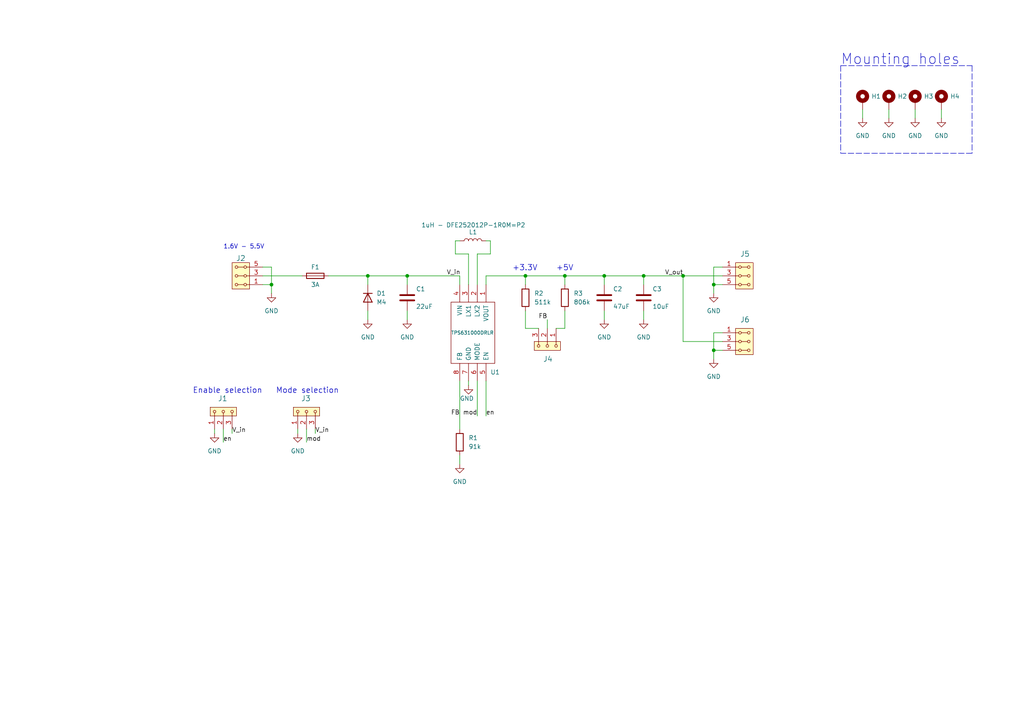
<source format=kicad_sch>
(kicad_sch (version 20211123) (generator eeschema)

  (uuid 2a28bff7-4d25-481d-b36c-2835091e6a26)

  (paper "A4")

  (lib_symbols
    (symbol "Device:C" (pin_numbers hide) (pin_names (offset 0.254)) (in_bom yes) (on_board yes)
      (property "Reference" "C" (id 0) (at 0.635 2.54 0)
        (effects (font (size 1.27 1.27)) (justify left))
      )
      (property "Value" "C" (id 1) (at 0.635 -2.54 0)
        (effects (font (size 1.27 1.27)) (justify left))
      )
      (property "Footprint" "" (id 2) (at 0.9652 -3.81 0)
        (effects (font (size 1.27 1.27)) hide)
      )
      (property "Datasheet" "~" (id 3) (at 0 0 0)
        (effects (font (size 1.27 1.27)) hide)
      )
      (property "ki_keywords" "cap capacitor" (id 4) (at 0 0 0)
        (effects (font (size 1.27 1.27)) hide)
      )
      (property "ki_description" "Unpolarized capacitor" (id 5) (at 0 0 0)
        (effects (font (size 1.27 1.27)) hide)
      )
      (property "ki_fp_filters" "C_*" (id 6) (at 0 0 0)
        (effects (font (size 1.27 1.27)) hide)
      )
      (symbol "C_0_1"
        (polyline
          (pts
            (xy -2.032 -0.762)
            (xy 2.032 -0.762)
          )
          (stroke (width 0.508) (type default) (color 0 0 0 0))
          (fill (type none))
        )
        (polyline
          (pts
            (xy -2.032 0.762)
            (xy 2.032 0.762)
          )
          (stroke (width 0.508) (type default) (color 0 0 0 0))
          (fill (type none))
        )
      )
      (symbol "C_1_1"
        (pin passive line (at 0 3.81 270) (length 2.794)
          (name "~" (effects (font (size 1.27 1.27))))
          (number "1" (effects (font (size 1.27 1.27))))
        )
        (pin passive line (at 0 -3.81 90) (length 2.794)
          (name "~" (effects (font (size 1.27 1.27))))
          (number "2" (effects (font (size 1.27 1.27))))
        )
      )
    )
    (symbol "Device:D" (pin_numbers hide) (pin_names (offset 1.016) hide) (in_bom yes) (on_board yes)
      (property "Reference" "D" (id 0) (at 0 2.54 0)
        (effects (font (size 1.27 1.27)))
      )
      (property "Value" "D" (id 1) (at 0 -2.54 0)
        (effects (font (size 1.27 1.27)))
      )
      (property "Footprint" "" (id 2) (at 0 0 0)
        (effects (font (size 1.27 1.27)) hide)
      )
      (property "Datasheet" "~" (id 3) (at 0 0 0)
        (effects (font (size 1.27 1.27)) hide)
      )
      (property "ki_keywords" "diode" (id 4) (at 0 0 0)
        (effects (font (size 1.27 1.27)) hide)
      )
      (property "ki_description" "Diode" (id 5) (at 0 0 0)
        (effects (font (size 1.27 1.27)) hide)
      )
      (property "ki_fp_filters" "TO-???* *_Diode_* *SingleDiode* D_*" (id 6) (at 0 0 0)
        (effects (font (size 1.27 1.27)) hide)
      )
      (symbol "D_0_1"
        (polyline
          (pts
            (xy -1.27 1.27)
            (xy -1.27 -1.27)
          )
          (stroke (width 0.254) (type default) (color 0 0 0 0))
          (fill (type none))
        )
        (polyline
          (pts
            (xy 1.27 0)
            (xy -1.27 0)
          )
          (stroke (width 0) (type default) (color 0 0 0 0))
          (fill (type none))
        )
        (polyline
          (pts
            (xy 1.27 1.27)
            (xy 1.27 -1.27)
            (xy -1.27 0)
            (xy 1.27 1.27)
          )
          (stroke (width 0.254) (type default) (color 0 0 0 0))
          (fill (type none))
        )
      )
      (symbol "D_1_1"
        (pin passive line (at -3.81 0 0) (length 2.54)
          (name "K" (effects (font (size 1.27 1.27))))
          (number "1" (effects (font (size 1.27 1.27))))
        )
        (pin passive line (at 3.81 0 180) (length 2.54)
          (name "A" (effects (font (size 1.27 1.27))))
          (number "2" (effects (font (size 1.27 1.27))))
        )
      )
    )
    (symbol "Device:Fuse" (pin_numbers hide) (pin_names (offset 0)) (in_bom yes) (on_board yes)
      (property "Reference" "F" (id 0) (at 2.032 0 90)
        (effects (font (size 1.27 1.27)))
      )
      (property "Value" "Fuse" (id 1) (at -1.905 0 90)
        (effects (font (size 1.27 1.27)))
      )
      (property "Footprint" "" (id 2) (at -1.778 0 90)
        (effects (font (size 1.27 1.27)) hide)
      )
      (property "Datasheet" "~" (id 3) (at 0 0 0)
        (effects (font (size 1.27 1.27)) hide)
      )
      (property "ki_keywords" "fuse" (id 4) (at 0 0 0)
        (effects (font (size 1.27 1.27)) hide)
      )
      (property "ki_description" "Fuse" (id 5) (at 0 0 0)
        (effects (font (size 1.27 1.27)) hide)
      )
      (property "ki_fp_filters" "*Fuse*" (id 6) (at 0 0 0)
        (effects (font (size 1.27 1.27)) hide)
      )
      (symbol "Fuse_0_1"
        (rectangle (start -0.762 -2.54) (end 0.762 2.54)
          (stroke (width 0.254) (type default) (color 0 0 0 0))
          (fill (type none))
        )
        (polyline
          (pts
            (xy 0 2.54)
            (xy 0 -2.54)
          )
          (stroke (width 0) (type default) (color 0 0 0 0))
          (fill (type none))
        )
      )
      (symbol "Fuse_1_1"
        (pin passive line (at 0 3.81 270) (length 1.27)
          (name "~" (effects (font (size 1.27 1.27))))
          (number "1" (effects (font (size 1.27 1.27))))
        )
        (pin passive line (at 0 -3.81 90) (length 1.27)
          (name "~" (effects (font (size 1.27 1.27))))
          (number "2" (effects (font (size 1.27 1.27))))
        )
      )
    )
    (symbol "Device:L" (pin_numbers hide) (pin_names (offset 1.016) hide) (in_bom yes) (on_board yes)
      (property "Reference" "L" (id 0) (at -1.27 0 90)
        (effects (font (size 1.27 1.27)))
      )
      (property "Value" "L" (id 1) (at 1.905 0 90)
        (effects (font (size 1.27 1.27)))
      )
      (property "Footprint" "" (id 2) (at 0 0 0)
        (effects (font (size 1.27 1.27)) hide)
      )
      (property "Datasheet" "~" (id 3) (at 0 0 0)
        (effects (font (size 1.27 1.27)) hide)
      )
      (property "ki_keywords" "inductor choke coil reactor magnetic" (id 4) (at 0 0 0)
        (effects (font (size 1.27 1.27)) hide)
      )
      (property "ki_description" "Inductor" (id 5) (at 0 0 0)
        (effects (font (size 1.27 1.27)) hide)
      )
      (property "ki_fp_filters" "Choke_* *Coil* Inductor_* L_*" (id 6) (at 0 0 0)
        (effects (font (size 1.27 1.27)) hide)
      )
      (symbol "L_0_1"
        (arc (start 0 -2.54) (mid 0.635 -1.905) (end 0 -1.27)
          (stroke (width 0) (type default) (color 0 0 0 0))
          (fill (type none))
        )
        (arc (start 0 -1.27) (mid 0.635 -0.635) (end 0 0)
          (stroke (width 0) (type default) (color 0 0 0 0))
          (fill (type none))
        )
        (arc (start 0 0) (mid 0.635 0.635) (end 0 1.27)
          (stroke (width 0) (type default) (color 0 0 0 0))
          (fill (type none))
        )
        (arc (start 0 1.27) (mid 0.635 1.905) (end 0 2.54)
          (stroke (width 0) (type default) (color 0 0 0 0))
          (fill (type none))
        )
      )
      (symbol "L_1_1"
        (pin passive line (at 0 3.81 270) (length 1.27)
          (name "1" (effects (font (size 1.27 1.27))))
          (number "1" (effects (font (size 1.27 1.27))))
        )
        (pin passive line (at 0 -3.81 90) (length 1.27)
          (name "2" (effects (font (size 1.27 1.27))))
          (number "2" (effects (font (size 1.27 1.27))))
        )
      )
    )
    (symbol "Device:R" (pin_numbers hide) (pin_names (offset 0)) (in_bom yes) (on_board yes)
      (property "Reference" "R" (id 0) (at 2.032 0 90)
        (effects (font (size 1.27 1.27)))
      )
      (property "Value" "R" (id 1) (at 0 0 90)
        (effects (font (size 1.27 1.27)))
      )
      (property "Footprint" "" (id 2) (at -1.778 0 90)
        (effects (font (size 1.27 1.27)) hide)
      )
      (property "Datasheet" "~" (id 3) (at 0 0 0)
        (effects (font (size 1.27 1.27)) hide)
      )
      (property "ki_keywords" "R res resistor" (id 4) (at 0 0 0)
        (effects (font (size 1.27 1.27)) hide)
      )
      (property "ki_description" "Resistor" (id 5) (at 0 0 0)
        (effects (font (size 1.27 1.27)) hide)
      )
      (property "ki_fp_filters" "R_*" (id 6) (at 0 0 0)
        (effects (font (size 1.27 1.27)) hide)
      )
      (symbol "R_0_1"
        (rectangle (start -1.016 -2.54) (end 1.016 2.54)
          (stroke (width 0.254) (type default) (color 0 0 0 0))
          (fill (type none))
        )
      )
      (symbol "R_1_1"
        (pin passive line (at 0 3.81 270) (length 1.27)
          (name "~" (effects (font (size 1.27 1.27))))
          (number "1" (effects (font (size 1.27 1.27))))
        )
        (pin passive line (at 0 -3.81 90) (length 1.27)
          (name "~" (effects (font (size 1.27 1.27))))
          (number "2" (effects (font (size 1.27 1.27))))
        )
      )
    )
    (symbol "MLAB_HEADER:HEADER_1x03" (pin_names (offset 1.016)) (in_bom yes) (on_board yes)
      (property "Reference" "J" (id 0) (at 0 -5.08 0)
        (effects (font (size 1.524 1.524)))
      )
      (property "Value" "HEADER_1x03" (id 1) (at 0 5.08 0)
        (effects (font (size 1.524 1.524)))
      )
      (property "Footprint" "" (id 2) (at 0 2.54 0)
        (effects (font (size 1.524 1.524)))
      )
      (property "Datasheet" "" (id 3) (at 0 2.54 0)
        (effects (font (size 1.524 1.524)))
      )
      (property "ki_keywords" "1x03, header, connector, pinheader" (id 4) (at 0 0 0)
        (effects (font (size 1.27 1.27)) hide)
      )
      (property "ki_description" "1x03 2.54 mm pitch header" (id 5) (at 0 0 0)
        (effects (font (size 1.27 1.27)) hide)
      )
      (symbol "HEADER_1x03_0_1"
        (rectangle (start -1.27 3.81) (end 1.27 -3.81)
          (stroke (width 0) (type default) (color 0 0 0 0))
          (fill (type background))
        )
        (circle (center 0 -2.54) (radius 0.381)
          (stroke (width 0) (type default) (color 0 0 0 0))
          (fill (type none))
        )
        (polyline
          (pts
            (xy -1.27 -2.54)
            (xy -0.381 -2.54)
          )
          (stroke (width 0) (type default) (color 0 0 0 0))
          (fill (type none))
        )
        (polyline
          (pts
            (xy -1.27 0)
            (xy -0.381 0)
          )
          (stroke (width 0) (type default) (color 0 0 0 0))
          (fill (type none))
        )
        (polyline
          (pts
            (xy -1.27 2.54)
            (xy -0.381 2.54)
          )
          (stroke (width 0) (type default) (color 0 0 0 0))
          (fill (type none))
        )
        (circle (center 0 0) (radius 0.381)
          (stroke (width 0) (type default) (color 0 0 0 0))
          (fill (type none))
        )
        (circle (center 0 2.54) (radius 0.381)
          (stroke (width 0) (type default) (color 0 0 0 0))
          (fill (type none))
        )
      )
      (symbol "HEADER_1x03_1_1"
        (pin input line (at -5.08 2.54 0) (length 3.81)
          (name "~" (effects (font (size 1.27 1.27))))
          (number "1" (effects (font (size 1.27 1.27))))
        )
        (pin input line (at -5.08 0 0) (length 3.81)
          (name "~" (effects (font (size 1.27 1.27))))
          (number "2" (effects (font (size 1.27 1.27))))
        )
        (pin input line (at -5.08 -2.54 0) (length 3.81)
          (name "~" (effects (font (size 1.27 1.27))))
          (number "3" (effects (font (size 1.27 1.27))))
        )
      )
    )
    (symbol "MLAB_HEADER:HEADER_2x03_PARALLEL" (pin_names (offset 1.016)) (in_bom yes) (on_board yes)
      (property "Reference" "J" (id 0) (at 0 -5.08 0)
        (effects (font (size 1.524 1.524)))
      )
      (property "Value" "HEADER_2x03_PARALLEL" (id 1) (at 0 5.08 0)
        (effects (font (size 1.524 1.524)))
      )
      (property "Footprint" "" (id 2) (at 0 2.54 0)
        (effects (font (size 1.524 1.524)))
      )
      (property "Datasheet" "" (id 3) (at 0 2.54 0)
        (effects (font (size 1.524 1.524)))
      )
      (property "ki_keywords" "2x03, header, connector, pinheader" (id 4) (at 0 0 0)
        (effects (font (size 1.27 1.27)) hide)
      )
      (property "ki_description" "2x03 2.54 mm pitch header, 2 pins next to each other are connected" (id 5) (at 0 0 0)
        (effects (font (size 1.27 1.27)) hide)
      )
      (symbol "HEADER_2x03_PARALLEL_0_1"
        (rectangle (start -2.54 3.81) (end 2.54 -3.81)
          (stroke (width 0) (type default) (color 0 0 0 0))
          (fill (type background))
        )
        (circle (center -1.27 -2.54) (radius 0.381)
          (stroke (width 0) (type default) (color 0 0 0 0))
          (fill (type none))
        )
        (circle (center -1.27 0) (radius 0.381)
          (stroke (width 0) (type default) (color 0 0 0 0))
          (fill (type none))
        )
        (circle (center -1.27 2.54) (radius 0.381)
          (stroke (width 0) (type default) (color 0 0 0 0))
          (fill (type none))
        )
        (polyline
          (pts
            (xy -1.651 -2.54)
            (xy -2.54 -2.54)
          )
          (stroke (width 0) (type default) (color 0 0 0 0))
          (fill (type none))
        )
        (polyline
          (pts
            (xy -1.651 0)
            (xy -2.54 0)
          )
          (stroke (width 0) (type default) (color 0 0 0 0))
          (fill (type none))
        )
        (polyline
          (pts
            (xy -1.651 2.54)
            (xy -2.54 2.54)
          )
          (stroke (width 0) (type default) (color 0 0 0 0))
          (fill (type none))
        )
        (polyline
          (pts
            (xy -0.889 -2.54)
            (xy 0.889 -2.54)
          )
          (stroke (width 0) (type default) (color 0 0 0 0))
          (fill (type none))
        )
        (polyline
          (pts
            (xy -0.889 0)
            (xy 0.889 0)
          )
          (stroke (width 0) (type default) (color 0 0 0 0))
          (fill (type none))
        )
        (polyline
          (pts
            (xy -0.889 2.54)
            (xy 0.889 2.54)
          )
          (stroke (width 0) (type default) (color 0 0 0 0))
          (fill (type none))
        )
        (circle (center 1.27 -2.54) (radius 0.381)
          (stroke (width 0) (type default) (color 0 0 0 0))
          (fill (type none))
        )
        (circle (center 1.27 0) (radius 0.381)
          (stroke (width 0) (type default) (color 0 0 0 0))
          (fill (type none))
        )
        (circle (center 1.27 2.54) (radius 0.381)
          (stroke (width 0) (type default) (color 0 0 0 0))
          (fill (type none))
        )
      )
      (symbol "HEADER_2x03_PARALLEL_1_1"
        (pin input line (at -6.35 2.54 0) (length 3.81)
          (name "~" (effects (font (size 1.27 1.27))))
          (number "1" (effects (font (size 1.27 1.27))))
        )
        (pin input line (at -6.35 2.54 0) (length 3.81) hide
          (name "~" (effects (font (size 1.27 1.27))))
          (number "2" (effects (font (size 1.27 1.27))))
        )
        (pin input line (at -6.35 0 0) (length 3.81)
          (name "~" (effects (font (size 1.27 1.27))))
          (number "3" (effects (font (size 1.27 1.27))))
        )
        (pin input line (at -6.35 0 0) (length 3.81) hide
          (name "~" (effects (font (size 1.27 1.27))))
          (number "4" (effects (font (size 1.27 1.27))))
        )
        (pin input line (at -6.35 -2.54 0) (length 3.81)
          (name "~" (effects (font (size 1.27 1.27))))
          (number "5" (effects (font (size 1.27 1.27))))
        )
        (pin input line (at -6.35 -2.54 0) (length 3.81) hide
          (name "~" (effects (font (size 1.27 1.27))))
          (number "6" (effects (font (size 1.27 1.27))))
        )
      )
    )
    (symbol "Mechanical:MountingHole_Pad" (pin_numbers hide) (pin_names (offset 1.016) hide) (in_bom yes) (on_board yes)
      (property "Reference" "H" (id 0) (at 0 6.35 0)
        (effects (font (size 1.27 1.27)))
      )
      (property "Value" "MountingHole_Pad" (id 1) (at 0 4.445 0)
        (effects (font (size 1.27 1.27)))
      )
      (property "Footprint" "" (id 2) (at 0 0 0)
        (effects (font (size 1.27 1.27)) hide)
      )
      (property "Datasheet" "~" (id 3) (at 0 0 0)
        (effects (font (size 1.27 1.27)) hide)
      )
      (property "ki_keywords" "mounting hole" (id 4) (at 0 0 0)
        (effects (font (size 1.27 1.27)) hide)
      )
      (property "ki_description" "Mounting Hole with connection" (id 5) (at 0 0 0)
        (effects (font (size 1.27 1.27)) hide)
      )
      (property "ki_fp_filters" "MountingHole*Pad*" (id 6) (at 0 0 0)
        (effects (font (size 1.27 1.27)) hide)
      )
      (symbol "MountingHole_Pad_0_1"
        (circle (center 0 1.27) (radius 1.27)
          (stroke (width 1.27) (type default) (color 0 0 0 0))
          (fill (type none))
        )
      )
      (symbol "MountingHole_Pad_1_1"
        (pin input line (at 0 -2.54 90) (length 2.54)
          (name "1" (effects (font (size 1.27 1.27))))
          (number "1" (effects (font (size 1.27 1.27))))
        )
      )
    )
    (symbol "TPS631000DRLR:TPS631000DRLR" (pin_names (offset 0.762)) (in_bom yes) (on_board yes)
      (property "Reference" "U" (id 0) (at 24.13 7.62 0)
        (effects (font (size 1.27 1.27)) (justify left))
      )
      (property "Value" "TPS631000DRLR" (id 1) (at 24.13 5.08 0)
        (effects (font (size 1.27 1.27)) (justify left))
      )
      (property "Footprint" "SOTFL50P160X60-8N" (id 2) (at 24.13 2.54 0)
        (effects (font (size 1.27 1.27)) (justify left) hide)
      )
      (property "Datasheet" "https://www.ti.com/lit/ds/symlink/tps631000.pdf?ts=1652152702265" (id 3) (at 24.13 0 0)
        (effects (font (size 1.27 1.27)) (justify left) hide)
      )
      (property "Description" "Switching Voltage Regulators 1.5-A output current, high power density buck-boost converter" (id 4) (at 24.13 -2.54 0)
        (effects (font (size 1.27 1.27)) (justify left) hide)
      )
      (property "Height" "0.6" (id 5) (at 24.13 -5.08 0)
        (effects (font (size 1.27 1.27)) (justify left) hide)
      )
      (property "Mouser Part Number" "595-TPS631000DRLR" (id 6) (at 24.13 -7.62 0)
        (effects (font (size 1.27 1.27)) (justify left) hide)
      )
      (property "Mouser Price/Stock" "https://www.mouser.co.uk/ProductDetail/Texas-Instruments/TPS631000DRLR?qs=rSMjJ%252B1ewcRYwoN2deTeNA%3D%3D" (id 7) (at 24.13 -10.16 0)
        (effects (font (size 1.27 1.27)) (justify left) hide)
      )
      (property "Manufacturer_Name" "Texas Instruments" (id 8) (at 24.13 -12.7 0)
        (effects (font (size 1.27 1.27)) (justify left) hide)
      )
      (property "Manufacturer_Part_Number" "TPS631000DRLR" (id 9) (at 24.13 -15.24 0)
        (effects (font (size 1.27 1.27)) (justify left) hide)
      )
      (property "ki_description" "Switching Voltage Regulators 1.5-A output current, high power density buck-boost converter" (id 10) (at 0 0 0)
        (effects (font (size 1.27 1.27)) hide)
      )
      (symbol "TPS631000DRLR_0_0"
        (pin passive line (at 0 0 0) (length 5.08)
          (name "VOUT" (effects (font (size 1.27 1.27))))
          (number "1" (effects (font (size 1.27 1.27))))
        )
        (pin passive line (at 0 -2.54 0) (length 5.08)
          (name "LX2" (effects (font (size 1.27 1.27))))
          (number "2" (effects (font (size 1.27 1.27))))
        )
        (pin passive line (at 0 -5.08 0) (length 5.08)
          (name "LX1" (effects (font (size 1.27 1.27))))
          (number "3" (effects (font (size 1.27 1.27))))
        )
        (pin passive line (at 0 -7.62 0) (length 5.08)
          (name "VIN" (effects (font (size 1.27 1.27))))
          (number "4" (effects (font (size 1.27 1.27))))
        )
        (pin passive line (at 27.94 0 180) (length 5.08)
          (name "EN" (effects (font (size 1.27 1.27))))
          (number "5" (effects (font (size 1.27 1.27))))
        )
        (pin passive line (at 27.94 -2.54 180) (length 5.08)
          (name "MODE" (effects (font (size 1.27 1.27))))
          (number "6" (effects (font (size 1.27 1.27))))
        )
        (pin passive line (at 27.94 -5.08 180) (length 5.08)
          (name "GND" (effects (font (size 1.27 1.27))))
          (number "7" (effects (font (size 1.27 1.27))))
        )
        (pin passive line (at 27.94 -7.62 180) (length 5.08)
          (name "FB" (effects (font (size 1.27 1.27))))
          (number "8" (effects (font (size 1.27 1.27))))
        )
      )
      (symbol "TPS631000DRLR_0_1"
        (polyline
          (pts
            (xy 5.08 2.54)
            (xy 22.86 2.54)
            (xy 22.86 -10.16)
            (xy 5.08 -10.16)
            (xy 5.08 2.54)
          )
          (stroke (width 0.1524) (type default) (color 0 0 0 0))
          (fill (type none))
        )
      )
    )
    (symbol "power:GND" (power) (pin_names (offset 0)) (in_bom yes) (on_board yes)
      (property "Reference" "#PWR" (id 0) (at 0 -6.35 0)
        (effects (font (size 1.27 1.27)) hide)
      )
      (property "Value" "GND" (id 1) (at 0 -3.81 0)
        (effects (font (size 1.27 1.27)))
      )
      (property "Footprint" "" (id 2) (at 0 0 0)
        (effects (font (size 1.27 1.27)) hide)
      )
      (property "Datasheet" "" (id 3) (at 0 0 0)
        (effects (font (size 1.27 1.27)) hide)
      )
      (property "ki_keywords" "global power" (id 4) (at 0 0 0)
        (effects (font (size 1.27 1.27)) hide)
      )
      (property "ki_description" "Power symbol creates a global label with name \"GND\" , ground" (id 5) (at 0 0 0)
        (effects (font (size 1.27 1.27)) hide)
      )
      (symbol "GND_0_1"
        (polyline
          (pts
            (xy 0 0)
            (xy 0 -1.27)
            (xy 1.27 -1.27)
            (xy 0 -2.54)
            (xy -1.27 -1.27)
            (xy 0 -1.27)
          )
          (stroke (width 0) (type default) (color 0 0 0 0))
          (fill (type none))
        )
      )
      (symbol "GND_1_1"
        (pin power_in line (at 0 0 270) (length 0) hide
          (name "GND" (effects (font (size 1.27 1.27))))
          (number "1" (effects (font (size 1.27 1.27))))
        )
      )
    )
  )

  (junction (at 118.11 80.01) (diameter 0) (color 0 0 0 0)
    (uuid 22b39d0b-ecb1-408a-8850-c5ff0d108c78)
  )
  (junction (at 106.68 80.01) (diameter 0) (color 0 0 0 0)
    (uuid 2c689e9e-78af-4306-bcd1-772404121cc0)
  )
  (junction (at 207.01 82.55) (diameter 0) (color 0 0 0 0)
    (uuid 37c8e3c8-8805-4288-b572-ca905c3a49b2)
  )
  (junction (at 186.69 80.01) (diameter 0) (color 0 0 0 0)
    (uuid 60b6c3c0-e45c-4d96-9755-7f39a2901a77)
  )
  (junction (at 152.4 80.01) (diameter 0) (color 0 0 0 0)
    (uuid 637589e0-0507-4257-bd97-64c638842446)
  )
  (junction (at 198.12 80.01) (diameter 0) (color 0 0 0 0)
    (uuid 6f2c2f17-5277-48f1-a292-53fd5441eeae)
  )
  (junction (at 207.01 101.6) (diameter 0) (color 0 0 0 0)
    (uuid 8da54a6b-ac78-4908-8221-e941dea1d22b)
  )
  (junction (at 163.83 80.01) (diameter 0) (color 0 0 0 0)
    (uuid d190b0ea-95ea-4ec6-a143-6f797850ce6e)
  )
  (junction (at 78.74 82.55) (diameter 0) (color 0 0 0 0)
    (uuid e8e1fbee-86de-496d-aa71-5c2a251140cf)
  )
  (junction (at 175.26 80.01) (diameter 0) (color 0 0 0 0)
    (uuid f8781c00-657e-4510-8921-2dd3d52b35e5)
  )

  (polyline (pts (xy 243.84 19.05) (xy 281.94 19.05))
    (stroke (width 0) (type default) (color 0 0 0 0))
    (uuid 07024b73-f5f7-40e9-8642-fc41a5e6cebf)
  )

  (wire (pts (xy 118.11 80.01) (xy 118.11 82.55))
    (stroke (width 0) (type default) (color 0 0 0 0))
    (uuid 10029f6f-212c-4749-824a-88dec83db8f5)
  )
  (polyline (pts (xy 281.94 44.45) (xy 243.84 44.45))
    (stroke (width 0) (type default) (color 0 0 0 0))
    (uuid 1205c990-4aaf-48e3-8825-0e03b90ecb65)
  )

  (wire (pts (xy 118.11 80.01) (xy 133.35 80.01))
    (stroke (width 0) (type default) (color 0 0 0 0))
    (uuid 138cb7b0-ff4d-4c4d-ab96-9c287783e0be)
  )
  (wire (pts (xy 257.81 31.75) (xy 257.81 34.29))
    (stroke (width 0) (type default) (color 0 0 0 0))
    (uuid 16bfa7f9-2d1e-4982-b049-5052cbcb91e9)
  )
  (wire (pts (xy 140.97 82.55) (xy 140.97 80.01))
    (stroke (width 0) (type default) (color 0 0 0 0))
    (uuid 191ad2ec-fde4-4109-bc2e-cf7d878b7139)
  )
  (wire (pts (xy 152.4 90.17) (xy 152.4 95.25))
    (stroke (width 0) (type default) (color 0 0 0 0))
    (uuid 1a978957-8195-4a35-b316-e19ac5c07eb3)
  )
  (wire (pts (xy 133.35 69.85) (xy 132.08 69.85))
    (stroke (width 0) (type default) (color 0 0 0 0))
    (uuid 1cf3170e-4177-4120-85e7-cd0b08ce1f22)
  )
  (wire (pts (xy 207.01 96.52) (xy 207.01 101.6))
    (stroke (width 0) (type default) (color 0 0 0 0))
    (uuid 29eb9230-55c2-41e4-bf83-b5f52f95a868)
  )
  (wire (pts (xy 133.35 80.01) (xy 133.35 82.55))
    (stroke (width 0) (type default) (color 0 0 0 0))
    (uuid 2e7cac88-bab8-4a51-90fc-642e4cd4d44a)
  )
  (wire (pts (xy 132.08 69.85) (xy 132.08 73.66))
    (stroke (width 0) (type default) (color 0 0 0 0))
    (uuid 31e99f7b-1cf4-4158-a686-64417b7f9346)
  )
  (wire (pts (xy 135.89 73.66) (xy 135.89 82.55))
    (stroke (width 0) (type default) (color 0 0 0 0))
    (uuid 33ca4cd3-6c0e-4a85-98d2-99fb54e59e68)
  )
  (wire (pts (xy 67.31 125.73) (xy 67.31 124.46))
    (stroke (width 0) (type default) (color 0 0 0 0))
    (uuid 386041df-ed73-4d31-b7d7-c0f1d2032d98)
  )
  (wire (pts (xy 175.26 90.17) (xy 175.26 92.71))
    (stroke (width 0) (type default) (color 0 0 0 0))
    (uuid 3ad40d25-2794-4235-bc65-0aef7eff7654)
  )
  (wire (pts (xy 91.44 125.73) (xy 91.44 124.46))
    (stroke (width 0) (type default) (color 0 0 0 0))
    (uuid 3ae039b9-b32d-4210-80e4-c48078602481)
  )
  (wire (pts (xy 186.69 90.17) (xy 186.69 92.71))
    (stroke (width 0) (type default) (color 0 0 0 0))
    (uuid 3b2f8a38-5cad-4da0-b1b0-4a68f3107d4e)
  )
  (wire (pts (xy 273.05 31.75) (xy 273.05 34.29))
    (stroke (width 0) (type default) (color 0 0 0 0))
    (uuid 3bf1ab4e-bb68-4f09-b874-b8dc4b3dea76)
  )
  (wire (pts (xy 86.36 124.46) (xy 86.36 125.73))
    (stroke (width 0) (type default) (color 0 0 0 0))
    (uuid 3d40c219-6077-4e7e-a54a-1407c07a6050)
  )
  (wire (pts (xy 106.68 90.17) (xy 106.68 92.71))
    (stroke (width 0) (type default) (color 0 0 0 0))
    (uuid 3e2a249c-202f-43fd-bdab-54062946554c)
  )
  (wire (pts (xy 175.26 80.01) (xy 175.26 82.55))
    (stroke (width 0) (type default) (color 0 0 0 0))
    (uuid 3e6105af-80fb-4a45-95bb-b983157ebb47)
  )
  (wire (pts (xy 163.83 90.17) (xy 163.83 95.25))
    (stroke (width 0) (type default) (color 0 0 0 0))
    (uuid 3ea6f798-9f14-444a-800a-c27fa0de4288)
  )
  (wire (pts (xy 138.43 73.66) (xy 142.24 73.66))
    (stroke (width 0) (type default) (color 0 0 0 0))
    (uuid 400ee032-de0f-486a-9111-b5843e06254b)
  )
  (wire (pts (xy 76.2 82.55) (xy 78.74 82.55))
    (stroke (width 0) (type default) (color 0 0 0 0))
    (uuid 4929d252-05e3-40c9-ae89-76b48df8632b)
  )
  (wire (pts (xy 118.11 90.17) (xy 118.11 92.71))
    (stroke (width 0) (type default) (color 0 0 0 0))
    (uuid 4b3c21a2-5b03-409a-b5a2-552a34a5704c)
  )
  (wire (pts (xy 106.68 80.01) (xy 118.11 80.01))
    (stroke (width 0) (type default) (color 0 0 0 0))
    (uuid 4f4f7e60-d190-4009-894d-02890b7b39e5)
  )
  (wire (pts (xy 265.43 31.75) (xy 265.43 34.29))
    (stroke (width 0) (type default) (color 0 0 0 0))
    (uuid 52e810b6-0083-4fef-a07f-7664fd7c49d0)
  )
  (wire (pts (xy 142.24 73.66) (xy 142.24 69.85))
    (stroke (width 0) (type default) (color 0 0 0 0))
    (uuid 53f4934c-8f91-4561-b084-d048a16e2336)
  )
  (wire (pts (xy 140.97 110.49) (xy 140.97 120.65))
    (stroke (width 0) (type default) (color 0 0 0 0))
    (uuid 54fe9aea-a9ec-4321-b81d-69b89ad1f286)
  )
  (wire (pts (xy 64.77 124.46) (xy 64.77 128.27))
    (stroke (width 0) (type default) (color 0 0 0 0))
    (uuid 5d36d1eb-4231-4092-b02c-3bd7c8932db9)
  )
  (wire (pts (xy 207.01 82.55) (xy 209.55 82.55))
    (stroke (width 0) (type default) (color 0 0 0 0))
    (uuid 5ea6218a-1749-4bd3-a332-4d02acf3e57a)
  )
  (wire (pts (xy 133.35 132.08) (xy 133.35 134.62))
    (stroke (width 0) (type default) (color 0 0 0 0))
    (uuid 624cb05a-71b2-49d5-a079-a53fc76f49cc)
  )
  (wire (pts (xy 78.74 82.55) (xy 78.74 85.09))
    (stroke (width 0) (type default) (color 0 0 0 0))
    (uuid 66d229f7-14c2-423c-aeaa-172a5dec592d)
  )
  (wire (pts (xy 132.08 73.66) (xy 135.89 73.66))
    (stroke (width 0) (type default) (color 0 0 0 0))
    (uuid 6abbde92-bb45-4d1d-bbe3-c30caf54f606)
  )
  (wire (pts (xy 250.19 31.75) (xy 250.19 34.29))
    (stroke (width 0) (type default) (color 0 0 0 0))
    (uuid 71a66c39-48dd-4b50-8d21-902416173b26)
  )
  (wire (pts (xy 186.69 80.01) (xy 186.69 82.55))
    (stroke (width 0) (type default) (color 0 0 0 0))
    (uuid 7231fa22-188f-4241-94c8-52fa020bd970)
  )
  (wire (pts (xy 135.89 110.49) (xy 135.89 111.76))
    (stroke (width 0) (type default) (color 0 0 0 0))
    (uuid 75e58a91-62db-49c5-aac4-86c25a99eea4)
  )
  (wire (pts (xy 209.55 96.52) (xy 207.01 96.52))
    (stroke (width 0) (type default) (color 0 0 0 0))
    (uuid 7a3ce872-7d68-4634-8dcc-42dcee88da29)
  )
  (wire (pts (xy 198.12 99.06) (xy 209.55 99.06))
    (stroke (width 0) (type default) (color 0 0 0 0))
    (uuid 7a660b9e-6d58-489c-b98c-36e9ababd3d3)
  )
  (wire (pts (xy 140.97 80.01) (xy 152.4 80.01))
    (stroke (width 0) (type default) (color 0 0 0 0))
    (uuid 811e389f-83e0-4364-a7f1-9a3db12cb4cc)
  )
  (wire (pts (xy 175.26 80.01) (xy 186.69 80.01))
    (stroke (width 0) (type default) (color 0 0 0 0))
    (uuid 82893dcf-694c-45ac-b4aa-4c10d6b8157a)
  )
  (wire (pts (xy 163.83 80.01) (xy 175.26 80.01))
    (stroke (width 0) (type default) (color 0 0 0 0))
    (uuid 858a6c94-303a-4c99-a979-02b0d45e335f)
  )
  (wire (pts (xy 186.69 80.01) (xy 198.12 80.01))
    (stroke (width 0) (type default) (color 0 0 0 0))
    (uuid 8ef6c396-b533-40d5-8532-13efe884a4fd)
  )
  (wire (pts (xy 152.4 80.01) (xy 163.83 80.01))
    (stroke (width 0) (type default) (color 0 0 0 0))
    (uuid 993defca-b09a-4a4b-980c-f9ba49009bc3)
  )
  (wire (pts (xy 207.01 101.6) (xy 207.01 104.14))
    (stroke (width 0) (type default) (color 0 0 0 0))
    (uuid 99e58f44-5a2e-4da2-bbc3-f7b236d9f716)
  )
  (wire (pts (xy 207.01 77.47) (xy 207.01 82.55))
    (stroke (width 0) (type default) (color 0 0 0 0))
    (uuid 9b01d3ee-27d5-4f4f-a20c-0e71563c2341)
  )
  (wire (pts (xy 163.83 80.01) (xy 163.83 82.55))
    (stroke (width 0) (type default) (color 0 0 0 0))
    (uuid 9ba299d5-eb44-46b7-a427-ac266773518a)
  )
  (wire (pts (xy 62.23 125.73) (xy 62.23 124.46))
    (stroke (width 0) (type default) (color 0 0 0 0))
    (uuid a071dfd0-571d-49fb-b334-a332c7fb8dd4)
  )
  (wire (pts (xy 152.4 80.01) (xy 152.4 82.55))
    (stroke (width 0) (type default) (color 0 0 0 0))
    (uuid a306e4e4-8534-469f-8a85-a7cd8f62ecf8)
  )
  (wire (pts (xy 138.43 110.49) (xy 138.43 120.65))
    (stroke (width 0) (type default) (color 0 0 0 0))
    (uuid adb1ef30-66e2-4726-b2da-0e8eea6e75b6)
  )
  (wire (pts (xy 198.12 80.01) (xy 209.55 80.01))
    (stroke (width 0) (type default) (color 0 0 0 0))
    (uuid af14886d-2b8d-4e6d-9e13-3cece79c9413)
  )
  (wire (pts (xy 76.2 80.01) (xy 87.63 80.01))
    (stroke (width 0) (type default) (color 0 0 0 0))
    (uuid b7ca8503-d85a-4530-9824-9d104e0663c3)
  )
  (wire (pts (xy 163.83 95.25) (xy 161.29 95.25))
    (stroke (width 0) (type default) (color 0 0 0 0))
    (uuid b8beb45f-fdc6-4ac9-8e63-77fd37790ec4)
  )
  (wire (pts (xy 78.74 77.47) (xy 78.74 82.55))
    (stroke (width 0) (type default) (color 0 0 0 0))
    (uuid bc7d938a-1697-4a2d-b269-e795ea431f1e)
  )
  (wire (pts (xy 198.12 80.01) (xy 198.12 99.06))
    (stroke (width 0) (type default) (color 0 0 0 0))
    (uuid bd9e768a-f6dc-49ab-afce-1990cef46012)
  )
  (wire (pts (xy 95.25 80.01) (xy 106.68 80.01))
    (stroke (width 0) (type default) (color 0 0 0 0))
    (uuid c3d2a60f-45da-4305-80bd-933727f6eaf8)
  )
  (wire (pts (xy 207.01 82.55) (xy 207.01 85.09))
    (stroke (width 0) (type default) (color 0 0 0 0))
    (uuid c4211ad0-8c75-4031-b175-3ef4b392391a)
  )
  (wire (pts (xy 138.43 82.55) (xy 138.43 73.66))
    (stroke (width 0) (type default) (color 0 0 0 0))
    (uuid c9f2cf01-053d-4030-b7a2-6f09fae654db)
  )
  (polyline (pts (xy 281.94 19.05) (xy 281.94 44.45))
    (stroke (width 0) (type default) (color 0 0 0 0))
    (uuid cbd02504-cb9a-4455-8a24-60292c0da903)
  )

  (wire (pts (xy 207.01 101.6) (xy 209.55 101.6))
    (stroke (width 0) (type default) (color 0 0 0 0))
    (uuid cee63229-7128-43d0-8f2a-2926bcd6c5b2)
  )
  (polyline (pts (xy 243.84 19.05) (xy 243.84 44.45))
    (stroke (width 0) (type default) (color 0 0 0 0))
    (uuid d552a317-ef21-4e1c-9a95-2cab4a709562)
  )

  (wire (pts (xy 76.2 77.47) (xy 78.74 77.47))
    (stroke (width 0) (type default) (color 0 0 0 0))
    (uuid da2c290e-dd33-4bf3-bca5-0e87dde85a96)
  )
  (wire (pts (xy 156.21 95.25) (xy 152.4 95.25))
    (stroke (width 0) (type default) (color 0 0 0 0))
    (uuid dc08e14b-2a81-48dd-acab-bf54b4eb518b)
  )
  (wire (pts (xy 142.24 69.85) (xy 140.97 69.85))
    (stroke (width 0) (type default) (color 0 0 0 0))
    (uuid eab69e5f-2bb8-4879-ba1f-a939ae48edd8)
  )
  (wire (pts (xy 88.9 124.46) (xy 88.9 128.27))
    (stroke (width 0) (type default) (color 0 0 0 0))
    (uuid f1e35b05-b076-4d02-8f10-1a2b00ef283e)
  )
  (wire (pts (xy 158.75 92.71) (xy 158.75 95.25))
    (stroke (width 0) (type default) (color 0 0 0 0))
    (uuid f8d081f7-da2a-47ee-8d5b-b60ee6776442)
  )
  (wire (pts (xy 209.55 77.47) (xy 207.01 77.47))
    (stroke (width 0) (type default) (color 0 0 0 0))
    (uuid fa95bd2b-5dcf-4321-8eed-d9e0838dc062)
  )
  (wire (pts (xy 133.35 110.49) (xy 133.35 124.46))
    (stroke (width 0) (type default) (color 0 0 0 0))
    (uuid fdab914e-d24b-4fed-8133-cfa145ea8f94)
  )
  (wire (pts (xy 106.68 80.01) (xy 106.68 82.55))
    (stroke (width 0) (type default) (color 0 0 0 0))
    (uuid fdf3dc04-ada6-4fef-b1b4-6994b9f59b8a)
  )

  (text "Mounting holes" (at 243.84 19.05 0)
    (effects (font (size 3 3)) (justify left bottom))
    (uuid 07f37993-3e38-49ad-ac49-9673075054ba)
  )
  (text "Enable selection" (at 55.88 114.3 0)
    (effects (font (size 1.6 1.6)) (justify left bottom))
    (uuid 101d2555-7acb-4419-801c-c7939dc47f36)
  )
  (text "+5V" (at 161.29 78.74 0)
    (effects (font (size 1.6 1.6)) (justify left bottom))
    (uuid 52cd8917-3665-4d34-b737-98cadc422267)
  )
  (text "Mode selection" (at 80.01 114.3 0)
    (effects (font (size 1.6 1.6)) (justify left bottom))
    (uuid 71c97ca8-f515-4b81-99be-1a6508cf266a)
  )
  (text "1.6V - 5.5V" (at 64.77 72.39 0)
    (effects (font (size 1.27 1.27)) (justify left bottom))
    (uuid 8c006480-5e71-40cf-bb71-9b62b92a6851)
  )
  (text "+3.3V" (at 148.59 78.74 0)
    (effects (font (size 1.6 1.6)) (justify left bottom))
    (uuid be498e9f-85b6-4f0f-8ee6-98783010e973)
  )

  (label "FB" (at 158.75 92.71 180)
    (effects (font (size 1.27 1.27)) (justify right bottom))
    (uuid 03363b01-438b-4353-9cb7-c6abea9f048b)
  )
  (label "en" (at 140.97 120.65 0)
    (effects (font (size 1.27 1.27)) (justify left bottom))
    (uuid 277fbd2d-3a29-4e53-9f7a-3d575cbeb221)
  )
  (label "en" (at 64.77 128.27 0)
    (effects (font (size 1.27 1.27)) (justify left bottom))
    (uuid 2b0f1b5e-6326-4e86-8d96-12efdee4621f)
  )
  (label "V_in" (at 91.44 125.73 0)
    (effects (font (size 1.27 1.27)) (justify left bottom))
    (uuid 5492cfe2-b9b6-433a-90d6-8b9a2ea2a832)
  )
  (label "V_in" (at 129.54 80.01 0)
    (effects (font (size 1.27 1.27)) (justify left bottom))
    (uuid 6ae73c1c-f022-4bbd-a1cf-9e4c789d6df7)
  )
  (label "V_in" (at 67.31 125.73 0)
    (effects (font (size 1.27 1.27)) (justify left bottom))
    (uuid 8c20ac4b-3dd5-4d52-9bc2-0431abceb891)
  )
  (label "FB" (at 133.35 120.65 180)
    (effects (font (size 1.27 1.27)) (justify right bottom))
    (uuid 9d23cac8-ab26-47bf-b517-5d27bd3df0b8)
  )
  (label "V_out" (at 198.12 80.01 180)
    (effects (font (size 1.27 1.27)) (justify right bottom))
    (uuid a9dfbe66-d781-43c1-928b-a21bf59c7650)
  )
  (label "mod" (at 88.9 128.27 0)
    (effects (font (size 1.27 1.27)) (justify left bottom))
    (uuid ac9c89cb-3bd5-4cd5-af18-0e527e608c3e)
  )
  (label "mod" (at 138.43 120.65 180)
    (effects (font (size 1.27 1.27)) (justify right bottom))
    (uuid c28dbf20-ad16-404e-8774-af3209aa31df)
  )

  (symbol (lib_id "Device:R") (at 133.35 128.27 0) (unit 1)
    (in_bom yes) (on_board yes) (fields_autoplaced)
    (uuid 031e653b-66df-47c4-8214-fab84f4cd180)
    (property "Reference" "R1" (id 0) (at 135.89 126.9999 0)
      (effects (font (size 1.27 1.27)) (justify left))
    )
    (property "Value" "91k" (id 1) (at 135.89 129.5399 0)
      (effects (font (size 1.27 1.27)) (justify left))
    )
    (property "Footprint" "Mlab_R:SMD-0805" (id 2) (at 131.572 128.27 90)
      (effects (font (size 1.27 1.27)) hide)
    )
    (property "Datasheet" "~" (id 3) (at 133.35 128.27 0)
      (effects (font (size 1.27 1.27)) hide)
    )
    (pin "1" (uuid 9fed98bc-a5f1-4d13-8a44-2fe028f7b03f))
    (pin "2" (uuid 2dd6cb86-8312-437e-b700-0a4514b7061e))
  )

  (symbol (lib_id "Mechanical:MountingHole_Pad") (at 257.81 29.21 0) (unit 1)
    (in_bom yes) (on_board yes) (fields_autoplaced)
    (uuid 05c29e5d-52a1-48f3-8030-0f7775f6b86e)
    (property "Reference" "H2" (id 0) (at 260.35 27.9399 0)
      (effects (font (size 1.27 1.27)) (justify left))
    )
    (property "Value" "MountingHole_Pad" (id 1) (at 260.35 29.2099 0)
      (effects (font (size 1.27 1.27)) (justify left) hide)
    )
    (property "Footprint" "Mlab_Mechanical:MountingHole_3mm" (id 2) (at 257.81 29.21 0)
      (effects (font (size 1.27 1.27)) hide)
    )
    (property "Datasheet" "~" (id 3) (at 257.81 29.21 0)
      (effects (font (size 1.27 1.27)) hide)
    )
    (pin "1" (uuid 23f9bfb0-011a-409f-b7b8-262c9444600a))
  )

  (symbol (lib_id "Device:R") (at 163.83 86.36 0) (unit 1)
    (in_bom yes) (on_board yes) (fields_autoplaced)
    (uuid 111d6f91-5668-4b38-bc94-1669708a8dd0)
    (property "Reference" "R3" (id 0) (at 166.37 85.0899 0)
      (effects (font (size 1.27 1.27)) (justify left))
    )
    (property "Value" "806k" (id 1) (at 166.37 87.6299 0)
      (effects (font (size 1.27 1.27)) (justify left))
    )
    (property "Footprint" "Mlab_R:SMD-0805" (id 2) (at 162.052 86.36 90)
      (effects (font (size 1.27 1.27)) hide)
    )
    (property "Datasheet" "~" (id 3) (at 163.83 86.36 0)
      (effects (font (size 1.27 1.27)) hide)
    )
    (pin "1" (uuid e5475c90-36f3-4cf3-9c24-65c5d9661e7e))
    (pin "2" (uuid 3360f575-8d97-411a-972e-f3d84a67dfcc))
  )

  (symbol (lib_id "power:GND") (at 118.11 92.71 0) (unit 1)
    (in_bom yes) (on_board yes) (fields_autoplaced)
    (uuid 153153de-569e-45ff-9467-62ed457b3343)
    (property "Reference" "#PWR05" (id 0) (at 118.11 99.06 0)
      (effects (font (size 1.27 1.27)) hide)
    )
    (property "Value" "GND" (id 1) (at 118.11 97.79 0))
    (property "Footprint" "" (id 2) (at 118.11 92.71 0)
      (effects (font (size 1.27 1.27)) hide)
    )
    (property "Datasheet" "" (id 3) (at 118.11 92.71 0)
      (effects (font (size 1.27 1.27)) hide)
    )
    (pin "1" (uuid b0f72cb8-74e0-4f1f-8c33-acfeb12fd438))
  )

  (symbol (lib_id "MLAB_HEADER:HEADER_1x03") (at 88.9 119.38 90) (unit 1)
    (in_bom yes) (on_board yes)
    (uuid 161829e0-d7c5-43ec-bf7d-9eeb70b03d5c)
    (property "Reference" "J3" (id 0) (at 90.17 115.57 90)
      (effects (font (size 1.524 1.524)) (justify left))
    )
    (property "Value" "HEADER_1x03" (id 1) (at 83.82 116.84 90)
      (effects (font (size 1.524 1.524)) (justify left) hide)
    )
    (property "Footprint" "Mlab_Pin_Headers:Straight_1x03" (id 2) (at 86.36 119.38 0)
      (effects (font (size 1.524 1.524)) hide)
    )
    (property "Datasheet" "" (id 3) (at 86.36 119.38 0)
      (effects (font (size 1.524 1.524)))
    )
    (pin "1" (uuid 3c80879e-a57f-49fd-b330-ada0c85a10b6))
    (pin "2" (uuid 13301753-92da-43df-81e4-4deaf081e671))
    (pin "3" (uuid b9ed363b-f091-40e4-9d8e-848a2ac6270e))
  )

  (symbol (lib_id "MLAB_HEADER:HEADER_1x03") (at 158.75 100.33 270) (unit 1)
    (in_bom yes) (on_board yes)
    (uuid 1c8944ee-ff0a-45f3-959b-f80be1d42ac6)
    (property "Reference" "J4" (id 0) (at 157.48 104.14 90)
      (effects (font (size 1.524 1.524)) (justify left))
    )
    (property "Value" "HEADER_1x03" (id 1) (at 163.83 102.87 90)
      (effects (font (size 1.524 1.524)) (justify left) hide)
    )
    (property "Footprint" "Mlab_Pin_Headers:Straight_1x03" (id 2) (at 161.29 100.33 0)
      (effects (font (size 1.524 1.524)) hide)
    )
    (property "Datasheet" "" (id 3) (at 161.29 100.33 0)
      (effects (font (size 1.524 1.524)))
    )
    (pin "1" (uuid 0ce3d299-d41f-41ff-ba8b-749b08039544))
    (pin "2" (uuid f50b8389-ab15-4d1d-90ef-2db403614d59))
    (pin "3" (uuid a726d100-4f0c-4008-9825-630fc49613dc))
  )

  (symbol (lib_id "power:GND") (at 265.43 34.29 0) (unit 1)
    (in_bom yes) (on_board yes) (fields_autoplaced)
    (uuid 284d7024-d739-4ed4-aca1-982e46fdc834)
    (property "Reference" "#PWR014" (id 0) (at 265.43 40.64 0)
      (effects (font (size 1.27 1.27)) hide)
    )
    (property "Value" "GND" (id 1) (at 265.43 39.37 0))
    (property "Footprint" "" (id 2) (at 265.43 34.29 0)
      (effects (font (size 1.27 1.27)) hide)
    )
    (property "Datasheet" "" (id 3) (at 265.43 34.29 0)
      (effects (font (size 1.27 1.27)) hide)
    )
    (pin "1" (uuid e5e859ab-106b-4217-a977-ac173a09b024))
  )

  (symbol (lib_id "MLAB_HEADER:HEADER_1x03") (at 64.77 119.38 90) (unit 1)
    (in_bom yes) (on_board yes)
    (uuid 2f88b315-f533-458b-ae3b-a280d2a72631)
    (property "Reference" "J1" (id 0) (at 66.04 115.57 90)
      (effects (font (size 1.524 1.524)) (justify left))
    )
    (property "Value" "HEADER_1x03" (id 1) (at 59.69 116.84 90)
      (effects (font (size 1.524 1.524)) (justify left) hide)
    )
    (property "Footprint" "Mlab_Pin_Headers:Straight_1x03" (id 2) (at 62.23 119.38 0)
      (effects (font (size 1.524 1.524)) hide)
    )
    (property "Datasheet" "" (id 3) (at 62.23 119.38 0)
      (effects (font (size 1.524 1.524)))
    )
    (pin "1" (uuid 55999064-0f42-4d3f-a846-d04d29c8acc1))
    (pin "2" (uuid 04068291-b44e-4193-b195-8f47acccd874))
    (pin "3" (uuid 0fcfd6e8-2de8-467c-b456-83570824409a))
  )

  (symbol (lib_id "Mechanical:MountingHole_Pad") (at 273.05 29.21 0) (unit 1)
    (in_bom yes) (on_board yes) (fields_autoplaced)
    (uuid 3920e254-d67f-42cd-a2d7-3fe0830a48bd)
    (property "Reference" "H4" (id 0) (at 275.59 27.9399 0)
      (effects (font (size 1.27 1.27)) (justify left))
    )
    (property "Value" "MountingHole_Pad" (id 1) (at 275.59 29.2099 0)
      (effects (font (size 1.27 1.27)) (justify left) hide)
    )
    (property "Footprint" "Mlab_Mechanical:MountingHole_3mm" (id 2) (at 273.05 29.21 0)
      (effects (font (size 1.27 1.27)) hide)
    )
    (property "Datasheet" "~" (id 3) (at 273.05 29.21 0)
      (effects (font (size 1.27 1.27)) hide)
    )
    (pin "1" (uuid 39c32c36-12cb-4375-b398-d2c8d506e160))
  )

  (symbol (lib_id "Device:C") (at 186.69 86.36 0) (unit 1)
    (in_bom yes) (on_board yes)
    (uuid 3e7a572e-c92b-46fc-a349-2878838eff06)
    (property "Reference" "C3" (id 0) (at 189.23 83.82 0)
      (effects (font (size 1.27 1.27)) (justify left))
    )
    (property "Value" "10uF" (id 1) (at 189.23 88.9 0)
      (effects (font (size 1.27 1.27)) (justify left))
    )
    (property "Footprint" "Mlab_C:SMD-0805" (id 2) (at 187.6552 90.17 0)
      (effects (font (size 1.27 1.27)) hide)
    )
    (property "Datasheet" "~" (id 3) (at 186.69 86.36 0)
      (effects (font (size 1.27 1.27)) hide)
    )
    (pin "1" (uuid 1c187cfe-881f-4d93-a311-752cdd929805))
    (pin "2" (uuid ea8bb258-642a-4372-a88d-dc4e6afcb5ed))
  )

  (symbol (lib_id "MLAB_HEADER:HEADER_2x03_PARALLEL") (at 69.85 80.01 180) (unit 1)
    (in_bom yes) (on_board yes) (fields_autoplaced)
    (uuid 425ce6d6-240e-40a8-b232-4d7beb2f1088)
    (property "Reference" "J2" (id 0) (at 69.85 74.93 0)
      (effects (font (size 1.524 1.524)))
    )
    (property "Value" "HEADER_2x03_PARALLEL" (id 1) (at 69.85 74.93 0)
      (effects (font (size 1.524 1.524)) hide)
    )
    (property "Footprint" "Mlab_Pin_Headers:Straight_2x03" (id 2) (at 69.85 82.55 0)
      (effects (font (size 1.524 1.524)) hide)
    )
    (property "Datasheet" "" (id 3) (at 69.85 82.55 0)
      (effects (font (size 1.524 1.524)))
    )
    (pin "1" (uuid 14f8ac5d-3094-4b83-8ece-458785ab9c1a))
    (pin "2" (uuid 13eddc13-de7b-4f43-86d6-95a93a3d5fd9))
    (pin "3" (uuid 6378023a-82ca-4933-a419-5eb2f538a364))
    (pin "4" (uuid 2706ee94-ca4f-44db-838d-fae6b5085f0d))
    (pin "5" (uuid f473c744-23e6-48ea-9e3f-be7e2de6f00b))
    (pin "6" (uuid 123cdc40-04ed-4c09-ad69-2b0e634d9166))
  )

  (symbol (lib_id "power:GND") (at 133.35 134.62 0) (unit 1)
    (in_bom yes) (on_board yes) (fields_autoplaced)
    (uuid 495b62cc-a4d9-42a5-ac38-16937f46462d)
    (property "Reference" "#PWR06" (id 0) (at 133.35 140.97 0)
      (effects (font (size 1.27 1.27)) hide)
    )
    (property "Value" "GND" (id 1) (at 133.35 139.7 0))
    (property "Footprint" "" (id 2) (at 133.35 134.62 0)
      (effects (font (size 1.27 1.27)) hide)
    )
    (property "Datasheet" "" (id 3) (at 133.35 134.62 0)
      (effects (font (size 1.27 1.27)) hide)
    )
    (pin "1" (uuid bb096222-50d9-4f2e-9dba-4c0b640db077))
  )

  (symbol (lib_id "power:GND") (at 135.89 111.76 0) (unit 1)
    (in_bom yes) (on_board yes)
    (uuid 4ceac7af-ea56-43d4-9ae7-70c759648fd9)
    (property "Reference" "#PWR07" (id 0) (at 135.89 118.11 0)
      (effects (font (size 1.27 1.27)) hide)
    )
    (property "Value" "GND" (id 1) (at 133.35 115.57 0)
      (effects (font (size 1.27 1.27)) (justify left))
    )
    (property "Footprint" "" (id 2) (at 135.89 111.76 0)
      (effects (font (size 1.27 1.27)) hide)
    )
    (property "Datasheet" "" (id 3) (at 135.89 111.76 0)
      (effects (font (size 1.27 1.27)) hide)
    )
    (pin "1" (uuid 30493bfa-7fa5-4e7a-b5da-b3a1eeb6667b))
  )

  (symbol (lib_id "power:GND") (at 207.01 104.14 0) (unit 1)
    (in_bom yes) (on_board yes) (fields_autoplaced)
    (uuid 5148772e-6802-4814-86e3-6f5b72d5681e)
    (property "Reference" "#PWR011" (id 0) (at 207.01 110.49 0)
      (effects (font (size 1.27 1.27)) hide)
    )
    (property "Value" "GND" (id 1) (at 207.01 109.22 0))
    (property "Footprint" "" (id 2) (at 207.01 104.14 0)
      (effects (font (size 1.27 1.27)) hide)
    )
    (property "Datasheet" "" (id 3) (at 207.01 104.14 0)
      (effects (font (size 1.27 1.27)) hide)
    )
    (pin "1" (uuid 9232dda3-5ebc-43f7-8607-13e88057ab69))
  )

  (symbol (lib_id "power:GND") (at 257.81 34.29 0) (unit 1)
    (in_bom yes) (on_board yes) (fields_autoplaced)
    (uuid 53e63b4e-1576-4711-8f8d-e635937eedbe)
    (property "Reference" "#PWR013" (id 0) (at 257.81 40.64 0)
      (effects (font (size 1.27 1.27)) hide)
    )
    (property "Value" "GND" (id 1) (at 257.81 39.37 0))
    (property "Footprint" "" (id 2) (at 257.81 34.29 0)
      (effects (font (size 1.27 1.27)) hide)
    )
    (property "Datasheet" "" (id 3) (at 257.81 34.29 0)
      (effects (font (size 1.27 1.27)) hide)
    )
    (pin "1" (uuid e9a93c3b-8b57-48ae-a68b-eb09c7f5a3b1))
  )

  (symbol (lib_id "Device:L") (at 137.16 69.85 90) (unit 1)
    (in_bom yes) (on_board yes)
    (uuid 54230352-2551-43c5-b1d1-cecc5fd9a3a5)
    (property "Reference" "L1" (id 0) (at 138.43 67.31 90)
      (effects (font (size 1.27 1.27)) (justify left))
    )
    (property "Value" "1uH - DFE252012P-1R0M=P2" (id 1) (at 152.4 65.278 90)
      (effects (font (size 1.27 1.27)) (justify left))
    )
    (property "Footprint" "Inductor_SMD:L_1008_2520Metric" (id 2) (at 137.16 69.85 0)
      (effects (font (size 1.27 1.27)) hide)
    )
    (property "Datasheet" "~" (id 3) (at 137.16 69.85 0)
      (effects (font (size 1.27 1.27)) hide)
    )
    (pin "1" (uuid 01ee2564-b829-424d-ab42-69ea0dc7d18f))
    (pin "2" (uuid 93c31e21-249f-4050-98da-51e2775e7d11))
  )

  (symbol (lib_id "power:GND") (at 86.36 125.73 0) (unit 1)
    (in_bom yes) (on_board yes) (fields_autoplaced)
    (uuid 5f0bb178-4f6c-4fba-b633-d045babc32b4)
    (property "Reference" "#PWR03" (id 0) (at 86.36 132.08 0)
      (effects (font (size 1.27 1.27)) hide)
    )
    (property "Value" "GND" (id 1) (at 86.36 130.81 0))
    (property "Footprint" "" (id 2) (at 86.36 125.73 0)
      (effects (font (size 1.27 1.27)) hide)
    )
    (property "Datasheet" "" (id 3) (at 86.36 125.73 0)
      (effects (font (size 1.27 1.27)) hide)
    )
    (pin "1" (uuid ddadedaf-6246-4691-8114-dcd7252d16e4))
  )

  (symbol (lib_id "power:GND") (at 106.68 92.71 0) (unit 1)
    (in_bom yes) (on_board yes) (fields_autoplaced)
    (uuid 5f91bd25-82b4-4230-8663-094c1dd74d72)
    (property "Reference" "#PWR04" (id 0) (at 106.68 99.06 0)
      (effects (font (size 1.27 1.27)) hide)
    )
    (property "Value" "GND" (id 1) (at 106.68 97.79 0))
    (property "Footprint" "" (id 2) (at 106.68 92.71 0)
      (effects (font (size 1.27 1.27)) hide)
    )
    (property "Datasheet" "" (id 3) (at 106.68 92.71 0)
      (effects (font (size 1.27 1.27)) hide)
    )
    (pin "1" (uuid bfede6ff-bf75-49a3-9f45-b19f03e42587))
  )

  (symbol (lib_id "TPS631000DRLR:TPS631000DRLR") (at 140.97 82.55 270) (unit 1)
    (in_bom yes) (on_board yes)
    (uuid 62455161-b067-4d41-8716-6cc3430152f1)
    (property "Reference" "U1" (id 0) (at 142.24 107.95 90)
      (effects (font (size 1.27 1.27)) (justify left))
    )
    (property "Value" "TPS631000DRLR" (id 1) (at 130.81 96.52 90)
      (effects (font (size 1 1)) (justify left))
    )
    (property "Footprint" "KiCad:SOTFL50P160X60-8N" (id 2) (at 143.51 106.68 0)
      (effects (font (size 1.27 1.27)) (justify left) hide)
    )
    (property "Datasheet" "https://www.ti.com/lit/ds/symlink/tps631000.pdf?ts=1652152702265" (id 3) (at 140.97 106.68 0)
      (effects (font (size 1.27 1.27)) (justify left) hide)
    )
    (property "Description" "Switching Voltage Regulators 1.5-A output current, high power density buck-boost converter" (id 4) (at 138.43 106.68 0)
      (effects (font (size 1.27 1.27)) (justify left) hide)
    )
    (property "Height" "0.6" (id 5) (at 135.89 106.68 0)
      (effects (font (size 1.27 1.27)) (justify left) hide)
    )
    (property "Mouser Part Number" "595-TPS631000DRLR" (id 6) (at 133.35 106.68 0)
      (effects (font (size 1.27 1.27)) (justify left) hide)
    )
    (property "Mouser Price/Stock" "https://www.mouser.co.uk/ProductDetail/Texas-Instruments/TPS631000DRLR?qs=rSMjJ%252B1ewcRYwoN2deTeNA%3D%3D" (id 7) (at 130.81 106.68 0)
      (effects (font (size 1.27 1.27)) (justify left) hide)
    )
    (property "Manufacturer_Name" "Texas Instruments" (id 8) (at 128.27 106.68 0)
      (effects (font (size 1.27 1.27)) (justify left) hide)
    )
    (property "Manufacturer_Part_Number" "TPS631000DRLR" (id 9) (at 125.73 106.68 0)
      (effects (font (size 1.27 1.27)) (justify left) hide)
    )
    (pin "1" (uuid 502e8744-32de-47a3-825b-f1c6054d0229))
    (pin "2" (uuid ab0c51c4-ef7a-4857-a7c7-0b8c400fd228))
    (pin "3" (uuid fbad4b96-e876-4579-82b0-12d676281f53))
    (pin "4" (uuid c1673f2d-844a-454d-a976-7792142c1081))
    (pin "5" (uuid 115e6309-8291-4397-8729-93d99dd478cd))
    (pin "6" (uuid 48b374cc-2af8-4c2e-9ad4-dbee4c04b54e))
    (pin "7" (uuid 70420714-3b31-4d46-bd89-279a7971927a))
    (pin "8" (uuid 22d1fd81-2024-41ec-897e-9ac1db3de8ef))
  )

  (symbol (lib_id "power:GND") (at 250.19 34.29 0) (unit 1)
    (in_bom yes) (on_board yes) (fields_autoplaced)
    (uuid 6f3f37b8-f49a-4b71-b873-e295014623ca)
    (property "Reference" "#PWR012" (id 0) (at 250.19 40.64 0)
      (effects (font (size 1.27 1.27)) hide)
    )
    (property "Value" "GND" (id 1) (at 250.19 39.37 0))
    (property "Footprint" "" (id 2) (at 250.19 34.29 0)
      (effects (font (size 1.27 1.27)) hide)
    )
    (property "Datasheet" "" (id 3) (at 250.19 34.29 0)
      (effects (font (size 1.27 1.27)) hide)
    )
    (pin "1" (uuid cf772794-5b82-4747-8aa8-d3084b374026))
  )

  (symbol (lib_id "power:GND") (at 273.05 34.29 0) (unit 1)
    (in_bom yes) (on_board yes) (fields_autoplaced)
    (uuid 749448c3-d95e-4407-a4ab-537a53a2c02c)
    (property "Reference" "#PWR015" (id 0) (at 273.05 40.64 0)
      (effects (font (size 1.27 1.27)) hide)
    )
    (property "Value" "GND" (id 1) (at 273.05 39.37 0))
    (property "Footprint" "" (id 2) (at 273.05 34.29 0)
      (effects (font (size 1.27 1.27)) hide)
    )
    (property "Datasheet" "" (id 3) (at 273.05 34.29 0)
      (effects (font (size 1.27 1.27)) hide)
    )
    (pin "1" (uuid f49cfbf0-6edc-4c81-9d50-0418971e3cd2))
  )

  (symbol (lib_id "power:GND") (at 207.01 85.09 0) (unit 1)
    (in_bom yes) (on_board yes) (fields_autoplaced)
    (uuid 77ec9616-bb63-47b6-80f2-075d8ace184c)
    (property "Reference" "#PWR010" (id 0) (at 207.01 91.44 0)
      (effects (font (size 1.27 1.27)) hide)
    )
    (property "Value" "GND" (id 1) (at 207.01 90.17 0))
    (property "Footprint" "" (id 2) (at 207.01 85.09 0)
      (effects (font (size 1.27 1.27)) hide)
    )
    (property "Datasheet" "" (id 3) (at 207.01 85.09 0)
      (effects (font (size 1.27 1.27)) hide)
    )
    (pin "1" (uuid 1884d178-1a71-4a3c-a28d-febc425c9826))
  )

  (symbol (lib_id "Device:D") (at 106.68 86.36 270) (unit 1)
    (in_bom yes) (on_board yes) (fields_autoplaced)
    (uuid 7fa49260-a948-4b3b-8bfd-697e5aa0e35a)
    (property "Reference" "D1" (id 0) (at 109.22 85.0899 90)
      (effects (font (size 1.27 1.27)) (justify left))
    )
    (property "Value" "M4" (id 1) (at 109.22 87.6299 90)
      (effects (font (size 1.27 1.27)) (justify left))
    )
    (property "Footprint" "" (id 2) (at 106.68 86.36 0)
      (effects (font (size 1.27 1.27)) hide)
    )
    (property "Datasheet" "~" (id 3) (at 106.68 86.36 0)
      (effects (font (size 1.27 1.27)) hide)
    )
    (pin "1" (uuid 7f4eecde-7bf2-4db4-8dbe-3054cc358633))
    (pin "2" (uuid 6b498fae-6e67-462c-b410-a518c7bcb92a))
  )

  (symbol (lib_id "MLAB_HEADER:HEADER_2x03_PARALLEL") (at 215.9 99.06 0) (unit 1)
    (in_bom yes) (on_board yes)
    (uuid 82582b14-dcb5-4776-bcb2-c1b33865dd4d)
    (property "Reference" "J6" (id 0) (at 214.63 92.71 0)
      (effects (font (size 1.524 1.524)) (justify left))
    )
    (property "Value" "HEADER_2x03_PARALLEL" (id 1) (at 219.71 101.6 0)
      (effects (font (size 1.524 1.524)) (justify left) hide)
    )
    (property "Footprint" "Mlab_Pin_Headers:Straight_2x03" (id 2) (at 215.9 96.52 0)
      (effects (font (size 1.524 1.524)) hide)
    )
    (property "Datasheet" "" (id 3) (at 215.9 96.52 0)
      (effects (font (size 1.524 1.524)))
    )
    (pin "1" (uuid c9aa89dd-75a2-4d81-bdb4-87f9d8f89b00))
    (pin "2" (uuid d468a4ae-6f97-4cc3-9c5e-4a52d89b4bbb))
    (pin "3" (uuid 35cb0612-440a-4da8-8dc9-c2bb004df661))
    (pin "4" (uuid 2ac9a67b-ed22-4b12-96c6-4cc9c2c2f6c0))
    (pin "5" (uuid 3610cfe3-378f-4551-b82c-f64509a57a44))
    (pin "6" (uuid d87b7f54-4b5f-40f6-be20-f295fde2d7cb))
  )

  (symbol (lib_id "power:GND") (at 62.23 125.73 0) (unit 1)
    (in_bom yes) (on_board yes) (fields_autoplaced)
    (uuid 8abc6640-56f0-4790-b4ee-8f5926293428)
    (property "Reference" "#PWR01" (id 0) (at 62.23 132.08 0)
      (effects (font (size 1.27 1.27)) hide)
    )
    (property "Value" "GND" (id 1) (at 62.23 130.81 0))
    (property "Footprint" "" (id 2) (at 62.23 125.73 0)
      (effects (font (size 1.27 1.27)) hide)
    )
    (property "Datasheet" "" (id 3) (at 62.23 125.73 0)
      (effects (font (size 1.27 1.27)) hide)
    )
    (pin "1" (uuid 8780a5dc-5392-425b-a997-bcbb98b6191d))
  )

  (symbol (lib_id "power:GND") (at 186.69 92.71 0) (unit 1)
    (in_bom yes) (on_board yes) (fields_autoplaced)
    (uuid 9f2b50f1-924c-479a-9f79-ad5b6550766f)
    (property "Reference" "#PWR09" (id 0) (at 186.69 99.06 0)
      (effects (font (size 1.27 1.27)) hide)
    )
    (property "Value" "GND" (id 1) (at 186.69 97.79 0))
    (property "Footprint" "" (id 2) (at 186.69 92.71 0)
      (effects (font (size 1.27 1.27)) hide)
    )
    (property "Datasheet" "" (id 3) (at 186.69 92.71 0)
      (effects (font (size 1.27 1.27)) hide)
    )
    (pin "1" (uuid 8c6f6f18-264a-4fba-8a04-eb378a52e6fb))
  )

  (symbol (lib_id "Mechanical:MountingHole_Pad") (at 265.43 29.21 0) (unit 1)
    (in_bom yes) (on_board yes) (fields_autoplaced)
    (uuid a58d0043-dee8-423f-a233-d03498e57fee)
    (property "Reference" "H3" (id 0) (at 267.97 27.9399 0)
      (effects (font (size 1.27 1.27)) (justify left))
    )
    (property "Value" "MountingHole_Pad" (id 1) (at 267.97 29.2099 0)
      (effects (font (size 1.27 1.27)) (justify left) hide)
    )
    (property "Footprint" "Mlab_Mechanical:MountingHole_3mm" (id 2) (at 265.43 29.21 0)
      (effects (font (size 1.27 1.27)) hide)
    )
    (property "Datasheet" "~" (id 3) (at 265.43 29.21 0)
      (effects (font (size 1.27 1.27)) hide)
    )
    (pin "1" (uuid fff2ead5-186b-478c-bf80-133c6a218f93))
  )

  (symbol (lib_id "Device:Fuse") (at 91.44 80.01 90) (unit 1)
    (in_bom yes) (on_board yes)
    (uuid b35fb956-95ef-40e8-a0d0-51bf3458bf57)
    (property "Reference" "F1" (id 0) (at 91.44 77.47 90))
    (property "Value" "3A" (id 1) (at 91.44 82.55 90))
    (property "Footprint" "" (id 2) (at 91.44 81.788 90)
      (effects (font (size 1.27 1.27)) hide)
    )
    (property "Datasheet" "~" (id 3) (at 91.44 80.01 0)
      (effects (font (size 1.27 1.27)) hide)
    )
    (pin "1" (uuid cce3b4c0-9e98-41cd-a9c9-6a326fafeb8f))
    (pin "2" (uuid 6309d5b7-b14e-49ae-bc68-3b0be0d64b90))
  )

  (symbol (lib_id "power:GND") (at 78.74 85.09 0) (unit 1)
    (in_bom yes) (on_board yes) (fields_autoplaced)
    (uuid bea0d4b6-8e28-498f-99f6-791d26ddff97)
    (property "Reference" "#PWR02" (id 0) (at 78.74 91.44 0)
      (effects (font (size 1.27 1.27)) hide)
    )
    (property "Value" "GND" (id 1) (at 78.74 90.17 0))
    (property "Footprint" "" (id 2) (at 78.74 85.09 0)
      (effects (font (size 1.27 1.27)) hide)
    )
    (property "Datasheet" "" (id 3) (at 78.74 85.09 0)
      (effects (font (size 1.27 1.27)) hide)
    )
    (pin "1" (uuid ec07d996-e274-4d67-ad42-dcfef64c8a6c))
  )

  (symbol (lib_id "Device:C") (at 175.26 86.36 0) (unit 1)
    (in_bom yes) (on_board yes)
    (uuid c02aec6e-49ab-44ef-92bf-22fed93f4fd3)
    (property "Reference" "C2" (id 0) (at 177.8 83.82 0)
      (effects (font (size 1.27 1.27)) (justify left))
    )
    (property "Value" "47uF" (id 1) (at 177.8 88.9 0)
      (effects (font (size 1.27 1.27)) (justify left))
    )
    (property "Footprint" "Mlab_C:SMD-0805" (id 2) (at 176.2252 90.17 0)
      (effects (font (size 1.27 1.27)) hide)
    )
    (property "Datasheet" "~" (id 3) (at 175.26 86.36 0)
      (effects (font (size 1.27 1.27)) hide)
    )
    (pin "1" (uuid bbbce60f-d4e9-4be3-b4de-418e196f67cd))
    (pin "2" (uuid 25f0c8ee-8ae5-4a62-89f7-64c5f141d5dc))
  )

  (symbol (lib_id "MLAB_HEADER:HEADER_2x03_PARALLEL") (at 215.9 80.01 0) (unit 1)
    (in_bom yes) (on_board yes)
    (uuid c3a7feb4-18f1-422d-a30e-624997337d4f)
    (property "Reference" "J5" (id 0) (at 214.63 73.66 0)
      (effects (font (size 1.524 1.524)) (justify left))
    )
    (property "Value" "HEADER_2x03_PARALLEL" (id 1) (at 219.71 82.55 0)
      (effects (font (size 1.524 1.524)) (justify left) hide)
    )
    (property "Footprint" "Mlab_Pin_Headers:Straight_2x03" (id 2) (at 215.9 77.47 0)
      (effects (font (size 1.524 1.524)) hide)
    )
    (property "Datasheet" "" (id 3) (at 215.9 77.47 0)
      (effects (font (size 1.524 1.524)))
    )
    (pin "1" (uuid 3053bb5a-ebdf-41a5-add7-758af90af367))
    (pin "2" (uuid 5f92ece4-3f17-49da-9568-ebd15908ceb6))
    (pin "3" (uuid 4c21b7b9-8828-4796-bf56-86d45319b5c3))
    (pin "4" (uuid 5266b22e-f82b-4248-be16-fb6a9509b659))
    (pin "5" (uuid cf878c6e-ff2f-44cb-87b4-c64f4242fd5a))
    (pin "6" (uuid 114820d4-e361-49ec-bee4-22b0a5933281))
  )

  (symbol (lib_id "power:GND") (at 175.26 92.71 0) (unit 1)
    (in_bom yes) (on_board yes) (fields_autoplaced)
    (uuid d55df81e-a4b8-4ba9-93a5-9afbd596b233)
    (property "Reference" "#PWR08" (id 0) (at 175.26 99.06 0)
      (effects (font (size 1.27 1.27)) hide)
    )
    (property "Value" "GND" (id 1) (at 175.26 97.79 0))
    (property "Footprint" "" (id 2) (at 175.26 92.71 0)
      (effects (font (size 1.27 1.27)) hide)
    )
    (property "Datasheet" "" (id 3) (at 175.26 92.71 0)
      (effects (font (size 1.27 1.27)) hide)
    )
    (pin "1" (uuid c7484d04-1809-4a82-a34d-06675a1381a0))
  )

  (symbol (lib_id "Device:C") (at 118.11 86.36 0) (unit 1)
    (in_bom yes) (on_board yes)
    (uuid ed8449e7-b972-4d05-bd7d-5de6140984ca)
    (property "Reference" "C1" (id 0) (at 120.65 83.82 0)
      (effects (font (size 1.27 1.27)) (justify left))
    )
    (property "Value" "22uF" (id 1) (at 120.65 88.9 0)
      (effects (font (size 1.27 1.27)) (justify left))
    )
    (property "Footprint" "Mlab_C:SMD-0805" (id 2) (at 119.0752 90.17 0)
      (effects (font (size 1.27 1.27)) hide)
    )
    (property "Datasheet" "~" (id 3) (at 118.11 86.36 0)
      (effects (font (size 1.27 1.27)) hide)
    )
    (pin "1" (uuid 45d233a3-1f37-431d-8de4-0187befd1e2e))
    (pin "2" (uuid b9859f30-c553-4e42-a287-8a57291d1044))
  )

  (symbol (lib_id "Mechanical:MountingHole_Pad") (at 250.19 29.21 0) (unit 1)
    (in_bom yes) (on_board yes) (fields_autoplaced)
    (uuid f970e869-1299-43b7-8b62-f4d034cd07e4)
    (property "Reference" "H1" (id 0) (at 252.73 27.9399 0)
      (effects (font (size 1.27 1.27)) (justify left))
    )
    (property "Value" "MountingHole_Pad" (id 1) (at 252.73 29.2099 0)
      (effects (font (size 1.27 1.27)) (justify left) hide)
    )
    (property "Footprint" "Mlab_Mechanical:MountingHole_3mm" (id 2) (at 250.19 29.21 0)
      (effects (font (size 1.27 1.27)) hide)
    )
    (property "Datasheet" "~" (id 3) (at 250.19 29.21 0)
      (effects (font (size 1.27 1.27)) hide)
    )
    (pin "1" (uuid 2a63531e-5c39-4d02-a0be-2183a0723ab4))
  )

  (symbol (lib_id "Device:R") (at 152.4 86.36 0) (unit 1)
    (in_bom yes) (on_board yes) (fields_autoplaced)
    (uuid fe343c57-ef38-43b0-9540-bb2ab88f20a2)
    (property "Reference" "R2" (id 0) (at 154.94 85.0899 0)
      (effects (font (size 1.27 1.27)) (justify left))
    )
    (property "Value" "511k" (id 1) (at 154.94 87.6299 0)
      (effects (font (size 1.27 1.27)) (justify left))
    )
    (property "Footprint" "Mlab_R:SMD-0805" (id 2) (at 150.622 86.36 90)
      (effects (font (size 1.27 1.27)) hide)
    )
    (property "Datasheet" "~" (id 3) (at 152.4 86.36 0)
      (effects (font (size 1.27 1.27)) hide)
    )
    (pin "1" (uuid 19bd28b9-f76d-4d7b-935c-894aad156705))
    (pin "2" (uuid 19153fe5-27d7-4ee4-a449-ec07158e62bc))
  )

  (sheet_instances
    (path "/" (page "1"))
  )

  (symbol_instances
    (path "/8abc6640-56f0-4790-b4ee-8f5926293428"
      (reference "#PWR01") (unit 1) (value "GND") (footprint "")
    )
    (path "/bea0d4b6-8e28-498f-99f6-791d26ddff97"
      (reference "#PWR02") (unit 1) (value "GND") (footprint "")
    )
    (path "/5f0bb178-4f6c-4fba-b633-d045babc32b4"
      (reference "#PWR03") (unit 1) (value "GND") (footprint "")
    )
    (path "/5f91bd25-82b4-4230-8663-094c1dd74d72"
      (reference "#PWR04") (unit 1) (value "GND") (footprint "")
    )
    (path "/153153de-569e-45ff-9467-62ed457b3343"
      (reference "#PWR05") (unit 1) (value "GND") (footprint "")
    )
    (path "/495b62cc-a4d9-42a5-ac38-16937f46462d"
      (reference "#PWR06") (unit 1) (value "GND") (footprint "")
    )
    (path "/4ceac7af-ea56-43d4-9ae7-70c759648fd9"
      (reference "#PWR07") (unit 1) (value "GND") (footprint "")
    )
    (path "/d55df81e-a4b8-4ba9-93a5-9afbd596b233"
      (reference "#PWR08") (unit 1) (value "GND") (footprint "")
    )
    (path "/9f2b50f1-924c-479a-9f79-ad5b6550766f"
      (reference "#PWR09") (unit 1) (value "GND") (footprint "")
    )
    (path "/77ec9616-bb63-47b6-80f2-075d8ace184c"
      (reference "#PWR010") (unit 1) (value "GND") (footprint "")
    )
    (path "/5148772e-6802-4814-86e3-6f5b72d5681e"
      (reference "#PWR011") (unit 1) (value "GND") (footprint "")
    )
    (path "/6f3f37b8-f49a-4b71-b873-e295014623ca"
      (reference "#PWR012") (unit 1) (value "GND") (footprint "")
    )
    (path "/53e63b4e-1576-4711-8f8d-e635937eedbe"
      (reference "#PWR013") (unit 1) (value "GND") (footprint "")
    )
    (path "/284d7024-d739-4ed4-aca1-982e46fdc834"
      (reference "#PWR014") (unit 1) (value "GND") (footprint "")
    )
    (path "/749448c3-d95e-4407-a4ab-537a53a2c02c"
      (reference "#PWR015") (unit 1) (value "GND") (footprint "")
    )
    (path "/ed8449e7-b972-4d05-bd7d-5de6140984ca"
      (reference "C1") (unit 1) (value "22uF") (footprint "Mlab_C:SMD-0805")
    )
    (path "/c02aec6e-49ab-44ef-92bf-22fed93f4fd3"
      (reference "C2") (unit 1) (value "47uF") (footprint "Mlab_C:SMD-0805")
    )
    (path "/3e7a572e-c92b-46fc-a349-2878838eff06"
      (reference "C3") (unit 1) (value "10uF") (footprint "Mlab_C:SMD-0805")
    )
    (path "/7fa49260-a948-4b3b-8bfd-697e5aa0e35a"
      (reference "D1") (unit 1) (value "M4") (footprint "")
    )
    (path "/b35fb956-95ef-40e8-a0d0-51bf3458bf57"
      (reference "F1") (unit 1) (value "3A") (footprint "")
    )
    (path "/f970e869-1299-43b7-8b62-f4d034cd07e4"
      (reference "H1") (unit 1) (value "MountingHole_Pad") (footprint "Mlab_Mechanical:MountingHole_3mm")
    )
    (path "/05c29e5d-52a1-48f3-8030-0f7775f6b86e"
      (reference "H2") (unit 1) (value "MountingHole_Pad") (footprint "Mlab_Mechanical:MountingHole_3mm")
    )
    (path "/a58d0043-dee8-423f-a233-d03498e57fee"
      (reference "H3") (unit 1) (value "MountingHole_Pad") (footprint "Mlab_Mechanical:MountingHole_3mm")
    )
    (path "/3920e254-d67f-42cd-a2d7-3fe0830a48bd"
      (reference "H4") (unit 1) (value "MountingHole_Pad") (footprint "Mlab_Mechanical:MountingHole_3mm")
    )
    (path "/2f88b315-f533-458b-ae3b-a280d2a72631"
      (reference "J1") (unit 1) (value "HEADER_1x03") (footprint "Mlab_Pin_Headers:Straight_1x03")
    )
    (path "/425ce6d6-240e-40a8-b232-4d7beb2f1088"
      (reference "J2") (unit 1) (value "HEADER_2x03_PARALLEL") (footprint "Mlab_Pin_Headers:Straight_2x03")
    )
    (path "/161829e0-d7c5-43ec-bf7d-9eeb70b03d5c"
      (reference "J3") (unit 1) (value "HEADER_1x03") (footprint "Mlab_Pin_Headers:Straight_1x03")
    )
    (path "/1c8944ee-ff0a-45f3-959b-f80be1d42ac6"
      (reference "J4") (unit 1) (value "HEADER_1x03") (footprint "Mlab_Pin_Headers:Straight_1x03")
    )
    (path "/c3a7feb4-18f1-422d-a30e-624997337d4f"
      (reference "J5") (unit 1) (value "HEADER_2x03_PARALLEL") (footprint "Mlab_Pin_Headers:Straight_2x03")
    )
    (path "/82582b14-dcb5-4776-bcb2-c1b33865dd4d"
      (reference "J6") (unit 1) (value "HEADER_2x03_PARALLEL") (footprint "Mlab_Pin_Headers:Straight_2x03")
    )
    (path "/54230352-2551-43c5-b1d1-cecc5fd9a3a5"
      (reference "L1") (unit 1) (value "1uH - DFE252012P-1R0M=P2") (footprint "Inductor_SMD:L_1008_2520Metric")
    )
    (path "/031e653b-66df-47c4-8214-fab84f4cd180"
      (reference "R1") (unit 1) (value "91k") (footprint "Mlab_R:SMD-0805")
    )
    (path "/fe343c57-ef38-43b0-9540-bb2ab88f20a2"
      (reference "R2") (unit 1) (value "511k") (footprint "Mlab_R:SMD-0805")
    )
    (path "/111d6f91-5668-4b38-bc94-1669708a8dd0"
      (reference "R3") (unit 1) (value "806k") (footprint "Mlab_R:SMD-0805")
    )
    (path "/62455161-b067-4d41-8716-6cc3430152f1"
      (reference "U1") (unit 1) (value "TPS631000DRLR") (footprint "KiCad:SOTFL50P160X60-8N")
    )
  )
)

</source>
